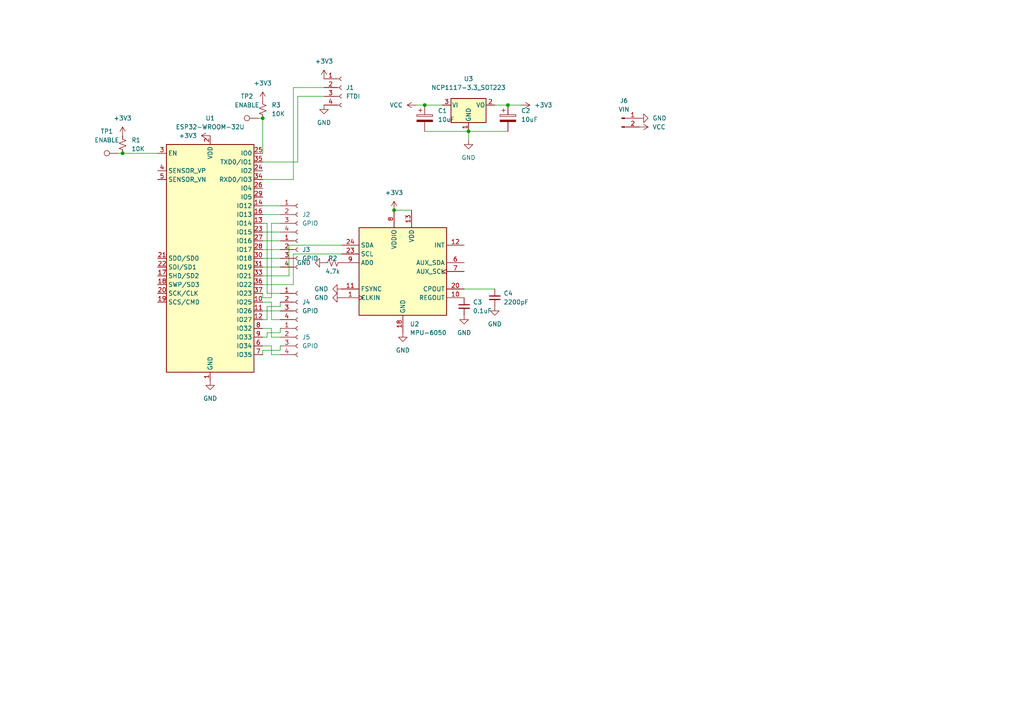
<source format=kicad_sch>
(kicad_sch (version 20210621) (generator eeschema)
  (paper "A4")
  (lib_symbols
    (symbol "Connector:Conn_01x02_Male" (pin_names (offset 1.016) hide)
      (property "Reference" "J" (at 0 2.54 0))
      (property "Value" "Conn_01x02_Male" (at 0 -5.08 0))
      (symbol "Conn_01x02_Male_1_1"
        (polyline (pts (xy 1.27 -2.54) (xy 0.8636 -2.54)) (stroke (width 0.1524)))
        (polyline (pts (xy 1.27 0) (xy 0.8636 0)) (stroke (width 0.1524)))
        (rectangle (start 0.8636 -2.413) (end 0 -2.667) (stroke (width 0.1524)) (fill (type outline)))
        (rectangle (start 0.8636 0.127) (end 0 -0.127) (stroke (width 0.1524)) (fill (type outline)))
        (pin passive line (at 5.08 0 180) (length 3.81) (name "Pin_1") (number "1"))
        (pin passive line (at 5.08 -2.54 180) (length 3.81) (name "Pin_2") (number "2"))
      )
    )
    (symbol "Connector:Conn_01x04_Female" (pin_names (offset 1.016) hide)
      (property "Reference" "J" (at 0 5.08 0))
      (property "Value" "Conn_01x04_Female" (at 0 -7.62 0))
      (symbol "Conn_01x04_Female_1_1"
        (arc (start 0 -4.572) (mid -0.508 -5.08) (end 0 -5.588) (stroke (width 0.1524)))
        (arc (start 0 -2.032) (mid -0.508 -2.54) (end 0 -3.048) (stroke (width 0.1524)))
        (polyline (pts (xy -1.27 -5.08) (xy -0.508 -5.08)) (stroke (width 0.1524)))
        (polyline (pts (xy -1.27 -2.54) (xy -0.508 -2.54)) (stroke (width 0.1524)))
        (polyline (pts (xy -1.27 0) (xy -0.508 0)) (stroke (width 0.1524)))
        (polyline (pts (xy -1.27 2.54) (xy -0.508 2.54)) (stroke (width 0.1524)))
        (arc (start 0 0.508) (mid -0.508 0) (end 0 -0.508) (stroke (width 0.1524)))
        (arc (start 0 3.048) (mid -0.508 2.54) (end 0 2.032) (stroke (width 0.1524)))
        (pin passive line (at -5.08 2.54 0) (length 3.81) (name "Pin_1") (number "1"))
        (pin passive line (at -5.08 0 0) (length 3.81) (name "Pin_2") (number "2"))
        (pin passive line (at -5.08 -2.54 0) (length 3.81) (name "Pin_3") (number "3"))
        (pin passive line (at -5.08 -5.08 0) (length 3.81) (name "Pin_4") (number "4"))
      )
    )
    (symbol "Connector:TestPoint" (pin_numbers hide) (pin_names (offset 0.762) hide)
      (property "Reference" "TP" (at 0 6.858 0))
      (property "Value" "TestPoint" (at 0 5.08 0))
      (symbol "TestPoint_0_1"
        (circle (center 0 3.302) (radius 0.762))
      )
      (symbol "TestPoint_1_1"
        (pin passive line (at 0 0 90) (length 2.54) (name "1") (number "1"))
      )
    )
    (symbol "Device:C_Polarized" (pin_numbers hide) (pin_names (offset 0.254))
      (property "Reference" "C" (at 0.635 2.54 0))
      (property "Value" "C_Polarized" (at 0.635 -2.54 0))
      (symbol "C_Polarized_0_1"
        (rectangle (start -2.286 0.508) (end 2.286 1.016))
        (polyline (pts (xy -1.778 2.286) (xy -0.762 2.286)))
        (polyline (pts (xy -1.27 2.794) (xy -1.27 1.778)))
        (rectangle (start 2.286 -0.508) (end -2.286 -1.016) (fill (type outline)))
      )
      (symbol "C_Polarized_1_1"
        (pin passive line (at 0 3.81 270) (length 2.794) (name "~") (number "1"))
        (pin passive line (at 0 -3.81 90) (length 2.794) (name "~") (number "2"))
      )
    )
    (symbol "Device:C_Small" (pin_numbers hide) (pin_names (offset 0.254) hide)
      (property "Reference" "C" (at 0.254 1.778 0))
      (property "Value" "C_Small" (at 0.254 -2.032 0))
      (symbol "C_Small_0_1"
        (polyline (pts (xy -1.524 -0.508) (xy 1.524 -0.508)) (stroke (width 0.3302)))
        (polyline (pts (xy -1.524 0.508) (xy 1.524 0.508)) (stroke (width 0.3048)))
      )
      (symbol "C_Small_1_1"
        (pin passive line (at 0 2.54 270) (length 2.032) (name "~") (number "1"))
        (pin passive line (at 0 -2.54 90) (length 2.032) (name "~") (number "2"))
      )
    )
    (symbol "Device:R_Small_US" (pin_numbers hide) (pin_names (offset 0.254) hide)
      (property "Reference" "R" (at 0.762 0.508 0))
      (property "Value" "R_Small_US" (at 0.762 -1.016 0))
      (symbol "R_Small_US_1_1"
        (polyline (pts (xy 0 0) (xy 1.016 -0.381) (xy 0 -0.762) (xy -1.016 -1.143) (xy 0 -1.524)))
        (polyline (pts (xy 0 1.524) (xy 1.016 1.143) (xy 0 0.762) (xy -1.016 0.381) (xy 0 0)))
        (pin passive line (at 0 2.54 270) (length 1.016) (name "~") (number "1"))
        (pin passive line (at 0 -2.54 90) (length 1.016) (name "~") (number "2"))
      )
    )
    (symbol "RF_Module:ESP32-WROOM-32U"
      (property "Reference" "U" (at -12.7 34.29 0))
      (property "Value" "ESP32-WROOM-32U" (at 1.27 34.29 0))
      (symbol "ESP32-WROOM-32U_0_1"
        (rectangle (start -12.7 33.02) (end 12.7 -33.02) (stroke (width 0.254)) (fill (type background)))
      )
      (symbol "ESP32-WROOM-32U_1_1"
        (pin power_in line (at 0 -35.56 90) (length 2.54) (name "GND") (number "1"))
        (pin bidirectional line (at 15.24 -12.7 180) (length 2.54) (name "IO25") (number "10"))
        (pin bidirectional line (at 15.24 -15.24 180) (length 2.54) (name "IO26") (number "11"))
        (pin bidirectional line (at 15.24 -17.78 180) (length 2.54) (name "IO27") (number "12"))
        (pin bidirectional line (at 15.24 10.16 180) (length 2.54) (name "IO14") (number "13"))
        (pin bidirectional line (at 15.24 15.24 180) (length 2.54) (name "IO12") (number "14"))
        (pin passive line (at 0 -35.56 90) (length 2.54) hide (name "GND") (number "15"))
        (pin bidirectional line (at 15.24 12.7 180) (length 2.54) (name "IO13") (number "16"))
        (pin bidirectional line (at -15.24 -5.08 0) (length 2.54) (name "SHD/SD2") (number "17"))
        (pin bidirectional line (at -15.24 -7.62 0) (length 2.54) (name "SWP/SD3") (number "18"))
        (pin bidirectional line (at -15.24 -12.7 0) (length 2.54) (name "SCS/CMD") (number "19"))
        (pin power_in line (at 0 35.56 270) (length 2.54) (name "VDD") (number "2"))
        (pin bidirectional line (at -15.24 -10.16 0) (length 2.54) (name "SCK/CLK") (number "20"))
        (pin bidirectional line (at -15.24 0 0) (length 2.54) (name "SDO/SD0") (number "21"))
        (pin bidirectional line (at -15.24 -2.54 0) (length 2.54) (name "SDI/SD1") (number "22"))
        (pin bidirectional line (at 15.24 7.62 180) (length 2.54) (name "IO15") (number "23"))
        (pin bidirectional line (at 15.24 25.4 180) (length 2.54) (name "IO2") (number "24"))
        (pin bidirectional line (at 15.24 30.48 180) (length 2.54) (name "IO0") (number "25"))
        (pin bidirectional line (at 15.24 20.32 180) (length 2.54) (name "IO4") (number "26"))
        (pin bidirectional line (at 15.24 5.08 180) (length 2.54) (name "IO16") (number "27"))
        (pin bidirectional line (at 15.24 2.54 180) (length 2.54) (name "IO17") (number "28"))
        (pin bidirectional line (at 15.24 17.78 180) (length 2.54) (name "IO5") (number "29"))
        (pin input line (at -15.24 30.48 0) (length 2.54) (name "EN") (number "3"))
        (pin bidirectional line (at 15.24 0 180) (length 2.54) (name "IO18") (number "30"))
        (pin bidirectional line (at 15.24 -2.54 180) (length 2.54) (name "IO19") (number "31"))
        (pin no_connect line (at -12.7 -27.94 0) (length 2.54) hide (name "NC") (number "32"))
        (pin bidirectional line (at 15.24 -5.08 180) (length 2.54) (name "IO21") (number "33"))
        (pin bidirectional line (at 15.24 22.86 180) (length 2.54) (name "RXD0/IO3") (number "34"))
        (pin bidirectional line (at 15.24 27.94 180) (length 2.54) (name "TXD0/IO1") (number "35"))
        (pin bidirectional line (at 15.24 -7.62 180) (length 2.54) (name "IO22") (number "36"))
        (pin bidirectional line (at 15.24 -10.16 180) (length 2.54) (name "IO23") (number "37"))
        (pin passive line (at 0 -35.56 90) (length 2.54) hide (name "GND") (number "38"))
        (pin passive line (at 0 -35.56 90) (length 2.54) hide (name "GND") (number "39"))
        (pin input line (at -15.24 25.4 0) (length 2.54) (name "SENSOR_VP") (number "4"))
        (pin input line (at -15.24 22.86 0) (length 2.54) (name "SENSOR_VN") (number "5"))
        (pin input line (at 15.24 -25.4 180) (length 2.54) (name "IO34") (number "6"))
        (pin input line (at 15.24 -27.94 180) (length 2.54) (name "IO35") (number "7"))
        (pin bidirectional line (at 15.24 -20.32 180) (length 2.54) (name "IO32") (number "8"))
        (pin bidirectional line (at 15.24 -22.86 180) (length 2.54) (name "IO33") (number "9"))
      )
    )
    (symbol "Regulator_Linear:NCP1117-3.3_SOT223" (pin_names (offset 0.254))
      (property "Reference" "U" (at -3.81 3.175 0))
      (property "Value" "NCP1117-3.3_SOT223" (at 0 3.175 0))
      (symbol "NCP1117-3.3_SOT223_0_1"
        (rectangle (start -5.08 -5.08) (end 5.08 1.905) (stroke (width 0.254)) (fill (type background)))
      )
      (symbol "NCP1117-3.3_SOT223_1_1"
        (pin power_in line (at 0 -7.62 90) (length 2.54) (name "GND") (number "1"))
        (pin power_out line (at 7.62 0 180) (length 2.54) (name "VO") (number "2"))
        (pin power_in line (at -7.62 0 0) (length 2.54) (name "VI") (number "3"))
      )
    )
    (symbol "Sensor_Motion:MPU-6050"
      (property "Reference" "U" (at -11.43 13.97 0))
      (property "Value" "MPU-6050" (at 7.62 -13.97 0))
      (symbol "MPU-6050_0_1"
        (rectangle (start -12.7 12.7) (end 12.7 -12.7) (stroke (width 0.254)) (fill (type background)))
      )
      (symbol "MPU-6050_1_1"
        (pin input clock (at -17.78 -7.62 0) (length 5.08) (name "CLKIN") (number "1"))
        (pin passive line (at 17.78 -7.62 180) (length 5.08) (name "REGOUT") (number "10"))
        (pin input line (at -17.78 -5.08 0) (length 5.08) (name "FSYNC") (number "11"))
        (pin output line (at 17.78 7.62 180) (length 5.08) (name "INT") (number "12"))
        (pin power_in line (at 2.54 17.78 270) (length 5.08) (name "VDD") (number "13"))
        (pin power_in line (at 0 -17.78 90) (length 5.08) (name "GND") (number "18"))
        (pin passive line (at 17.78 -5.08 180) (length 5.08) (name "CPOUT") (number "20"))
        (pin input line (at -17.78 5.08 0) (length 5.08) (name "SCL") (number "23"))
        (pin bidirectional line (at -17.78 7.62 0) (length 5.08) (name "SDA") (number "24"))
        (pin bidirectional line (at 17.78 2.54 180) (length 5.08) (name "AUX_SDA") (number "6"))
        (pin output clock (at 17.78 0 180) (length 5.08) (name "AUX_SCL") (number "7"))
        (pin power_in line (at -2.54 17.78 270) (length 5.08) (name "VDDIO") (number "8"))
        (pin input line (at -17.78 2.54 0) (length 5.08) (name "AD0") (number "9"))
      )
    )
    (symbol "power:+3.3V" (power) (pin_names (offset 0))
      (property "Value" "+3.3V" (at 0 3.556 0))
      (symbol "+3.3V_0_1"
        (polyline (pts (xy -0.762 1.27) (xy 0 2.54)))
        (polyline (pts (xy 0 0) (xy 0 2.54)))
        (polyline (pts (xy 0 2.54) (xy 0.762 1.27)))
      )
      (symbol "+3.3V_1_1"
        (pin power_in line (at 0 0 90) (length 0) hide (name "+3V3") (number "1"))
      )
    )
    (symbol "power:GND" (power) (pin_names (offset 0))
      (property "Value" "GND" (at 0 -3.81 0))
      (symbol "GND_0_1"
        (polyline (pts (xy 0 0) (xy 0 -1.27) (xy 1.27 -1.27) (xy 0 -2.54) (xy -1.27 -1.27) (xy 0 -1.27)))
      )
      (symbol "GND_1_1"
        (pin power_in line (at 0 0 270) (length 0) hide (name "GND") (number "1"))
      )
    )
    (symbol "power:VCC" (power) (pin_names (offset 0))
      (property "Value" "VCC" (at 0 3.81 0))
      (symbol "VCC_0_1"
        (polyline (pts (xy -0.762 1.27) (xy 0 2.54)))
        (polyline (pts (xy 0 0) (xy 0 2.54)))
        (polyline (pts (xy 0 2.54) (xy 0.762 1.27)))
      )
      (symbol "VCC_1_1"
        (pin power_in line (at 0 0 90) (length 0) hide (name "VCC") (number "1"))
      )
    )
  )
  (junction (at 147.32 30.48))
  (junction (at 135.89 38.1))
  (junction (at 123.19 30.48))
  (junction (at 35.56 44.45))
  (junction (at 76.2 34.29))
  (junction (at 114.3 60.96))
  (wire (pts (xy 76.2 67.31) (xy 81.28 67.31)))
  (wire (pts (xy 74.93 34.29) (xy 76.2 34.29)))
  (wire (pts (xy 76.2 97.79) (xy 77.47 97.79)))
  (wire (pts (xy 77.47 97.79) (xy 77.47 96.52)))
  (wire (pts (xy 77.47 96.52) (xy 81.28 96.52)))
  (wire (pts (xy 81.28 96.52) (xy 81.28 95.25)))
  (wire (pts (xy 76.2 77.47) (xy 81.28 77.47)))
  (wire (pts (xy 76.2 69.85) (xy 81.28 69.85)))
  (wire (pts (xy 86.36 27.94) (xy 93.98 27.94)))
  (wire (pts (xy 86.36 46.99) (xy 86.36 27.94)))
  (wire (pts (xy 76.2 46.99) (xy 86.36 46.99)))
  (wire (pts (xy 77.47 85.09) (xy 81.28 85.09)))
  (wire (pts (xy 76.2 64.77) (xy 77.47 64.77)))
  (wire (pts (xy 77.47 64.77) (xy 77.47 85.09)))
  (wire (pts (xy 76.2 62.23) (xy 81.28 62.23)))
  (wire (pts (xy 76.2 92.71) (xy 77.47 92.71)))
  (wire (pts (xy 77.47 92.71) (xy 77.47 88.9)))
  (wire (pts (xy 77.47 88.9) (xy 81.28 88.9)))
  (wire (pts (xy 81.28 88.9) (xy 81.28 87.63)))
  (wire (pts (xy 34.29 44.45) (xy 35.56 44.45)))
  (wire (pts (xy 35.56 44.45) (xy 45.72 44.45)))
  (wire (pts (xy 114.3 60.96) (xy 119.38 60.96)))
  (wire (pts (xy 135.89 38.1) (xy 135.89 40.64)))
  (wire (pts (xy 85.09 73.66) (xy 99.06 73.66)))
  (wire (pts (xy 76.2 82.55) (xy 85.09 82.55)))
  (wire (pts (xy 85.09 82.55) (xy 85.09 73.66)))
  (wire (pts (xy 76.2 102.87) (xy 76.2 101.6)))
  (wire (pts (xy 76.2 101.6) (xy 81.28 101.6)))
  (wire (pts (xy 81.28 101.6) (xy 81.28 100.33)))
  (wire (pts (xy 76.2 74.93) (xy 81.28 74.93)))
  (wire (pts (xy 147.32 30.48) (xy 151.13 30.48)))
  (wire (pts (xy 143.51 30.48) (xy 147.32 30.48)))
  (wire (pts (xy 76.2 90.17) (xy 81.28 90.17)))
  (wire (pts (xy 76.2 59.69) (xy 81.28 59.69)))
  (wire (pts (xy 76.2 34.29) (xy 76.2 44.45)))
  (wire (pts (xy 123.19 38.1) (xy 135.89 38.1)))
  (wire (pts (xy 76.2 95.25) (xy 78.74 95.25)))
  (wire (pts (xy 78.74 95.25) (xy 78.74 97.79)))
  (wire (pts (xy 78.74 97.79) (xy 81.28 97.79)))
  (wire (pts (xy 135.89 38.1) (xy 147.32 38.1)))
  (wire (pts (xy 123.19 30.48) (xy 128.27 30.48)))
  (wire (pts (xy 120.65 30.48) (xy 123.19 30.48)))
  (wire (pts (xy 78.74 87.63) (xy 78.74 92.71)))
  (wire (pts (xy 78.74 92.71) (xy 81.28 92.71)))
  (wire (pts (xy 76.2 87.63) (xy 78.74 87.63)))
  (wire (pts (xy 85.09 25.4) (xy 93.98 25.4)))
  (wire (pts (xy 85.09 52.07) (xy 85.09 25.4)))
  (wire (pts (xy 76.2 52.07) (xy 85.09 52.07)))
  (wire (pts (xy 76.2 100.33) (xy 78.74 100.33)))
  (wire (pts (xy 78.74 100.33) (xy 78.74 102.87)))
  (wire (pts (xy 78.74 102.87) (xy 81.28 102.87)))
  (wire (pts (xy 76.2 85.09) (xy 76.2 86.36)))
  (wire (pts (xy 76.2 86.36) (xy 78.74 86.36)))
  (wire (pts (xy 78.74 86.36) (xy 78.74 64.77)))
  (wire (pts (xy 78.74 64.77) (xy 81.28 64.77)))
  (wire (pts (xy 134.62 83.82) (xy 143.51 83.82)))
  (wire (pts (xy 76.2 72.39) (xy 81.28 72.39)))
  (wire (pts (xy 83.82 71.12) (xy 99.06 71.12)))
  (wire (pts (xy 76.2 80.01) (xy 83.82 80.01)))
  (wire (pts (xy 83.82 80.01) (xy 83.82 71.12)))
  (symbol (lib_id "power:+3.3V") (at 35.56 39.37 0) (unit 1)
    (property "Reference" "#PWR02" (effects hide))
    (property "Value" "+3.3V" (at 35.56 34.29 0))
  )
  (symbol (lib_id "power:VCC") (at 185.42 36.83 270) (unit 1)
    (property "Reference" "#PWR0103" (effects hide))
    (property "Value" "VCC" (at 189.23 36.8299 90) (effects (justify left)))
  )
  (symbol (lib_id "power:+3.3V") (at 60.96 39.37 90) (unit 1)
    (property "Reference" "#PWR03" (effects hide))
    (property "Value" "+3.3V" (at 57.15 39.3699 90) (effects (justify left)))
  )
  (symbol (lib_id "Sensor_Motion:MPU-6050") (at 116.84 78.74 0) (unit 1)
    (property "Reference" "U2" (at 118.8594 93.98 0) (effects (justify left)))
    (property "Value" "MPU-6050" (at 118.8594 96.52 0) (effects (justify left)))
    (property "Footprint" "Sensor_Motion:InvenSense_QFN-24_4x4mm_P0.5mm" (effects hide))
    (property "Datasheet" "https://store.invensense.com/datasheets/invensense/MPU-6050_DataSheet_V3%204.pdf" (effects hide))
  )
  (symbol (lib_id "power:+3.3V") (at 93.98 22.86 0) (unit 1)
    (property "Reference" "#PWR05" (effects hide))
    (property "Value" "+3.3V" (at 93.98 17.78 0))
  )
  (symbol (lib_id "Connector:Conn_01x04_Female") (at 86.36 72.39 0) (unit 1)
    (property "Reference" "J3" (at 87.63 72.3899 0) (effects (justify left)))
    (property "Value" "GPIO" (at 87.63 74.9299 0) (effects (justify left)))
    (property "Footprint" "Connector_PinHeader_2.54mm:PinHeader_1x04_P2.54mm_Vertical" (effects hide))
  )
  (symbol (lib_id "Device:C_Small") (at 143.51 86.36 0) (unit 1)
    (property "Reference" "C4" (at 146.05 85.0962 0) (effects (justify left)))
    (property "Value" "2200pF" (at 146.05 87.6362 0) (effects (justify left)))
    (property "Footprint" "Capacitor_SMD:C_0402_1005Metric" (effects hide))
  )
  (symbol (lib_id "power:+3.3V") (at 76.2 29.21 0) (unit 1)
    (property "Reference" "#PWR0101" (effects hide))
    (property "Value" "+3.3V" (at 76.2 24.13 0))
  )
  (symbol (lib_id "Device:R_Small_US") (at 76.2 31.75 0) (unit 1)
    (property "Reference" "R3" (at 78.74 30.4799 0) (effects (justify left)))
    (property "Value" "10K" (at 78.74 33.0199 0) (effects (justify left)))
    (property "Footprint" "Resistor_SMD:R_0402_1005Metric" (effects hide))
  )
  (symbol (lib_id "power:GND") (at 99.06 83.82 270) (unit 1)
    (property "Reference" "#PWR08" (effects hide))
    (property "Value" "GND" (at 95.25 83.8199 90) (effects (justify right)))
  )
  (symbol (lib_id "power:GND") (at 99.06 86.36 270) (unit 1)
    (property "Reference" "#PWR09" (effects hide))
    (property "Value" "GND" (at 95.25 86.3599 90) (effects (justify right)))
  )
  (symbol (lib_id "Device:C_Small") (at 134.62 88.9 0) (unit 1)
    (property "Reference" "C3" (at 137.16 87.6362 0) (effects (justify left)))
    (property "Value" "0.1uF" (at 137.16 90.1762 0) (effects (justify left)))
    (property "Footprint" "Capacitor_SMD:C_0402_1005Metric" (effects hide))
  )
  (symbol (lib_id "Connector:Conn_01x04_Female") (at 86.36 87.63 0) (unit 1)
    (property "Reference" "J4" (at 87.63 87.6299 0) (effects (justify left)))
    (property "Value" "GPIO" (at 87.63 90.1699 0) (effects (justify left)))
    (property "Footprint" "Connector_PinHeader_2.54mm:PinHeader_1x04_P2.54mm_Vertical" (effects hide))
  )
  (symbol (lib_id "Device:C_Polarized") (at 123.19 34.29 0) (unit 1)
    (property "Reference" "C1" (at 127 32.1309 0) (effects (justify left)))
    (property "Value" "10uF" (at 127 34.6709 0) (effects (justify left)))
    (property "Footprint" "Capacitor_SMD:CP_Elec_4x5.3" (effects hide))
  )
  (symbol (lib_id "power:+3.3V") (at 151.13 30.48 270) (unit 1)
    (property "Reference" "#PWR013" (effects hide))
    (property "Value" "+3.3V" (at 154.94 30.4799 90) (effects (justify left)))
  )
  (symbol (lib_id "Device:C_Polarized") (at 147.32 34.29 0) (unit 1)
    (property "Reference" "C2" (at 151.13 32.1309 0) (effects (justify left)))
    (property "Value" "10uF" (at 151.13 34.6709 0) (effects (justify left)))
    (property "Footprint" "Capacitor_SMD:CP_Elec_4x5.3" (effects hide))
  )
  (symbol (lib_id "power:GND") (at 93.98 30.48 0) (unit 1)
    (property "Reference" "#PWR06" (effects hide))
    (property "Value" "GND" (at 93.98 35.56 0))
  )
  (symbol (lib_id "power:+3.3V") (at 114.3 60.96 0) (unit 1)
    (property "Reference" "#PWR010" (effects hide))
    (property "Value" "+3.3V" (at 114.3 55.88 0))
  )
  (symbol (lib_id "Connector:Conn_01x02_Male") (at 180.34 34.29 0) (unit 1)
    (property "Reference" "J6" (at 180.975 29.21 0))
    (property "Value" "VIN" (at 180.975 31.75 0))
    (property "Footprint" "Connector_PinHeader_2.54mm:PinHeader_1x02_P2.54mm_Vertical" (effects hide))
  )
  (symbol (lib_id "Connector:TestPoint") (at 74.93 34.29 90) (unit 1)
    (property "Reference" "TP2" (at 71.628 27.94 90))
    (property "Value" "ENABLE" (at 71.628 30.48 90))
    (property "Footprint" "Connector_PinHeader_2.54mm:PinHeader_1x01_P2.54mm_Vertical" (effects hide))
  )
  (symbol (lib_id "power:GND") (at 185.42 34.29 90) (unit 1)
    (property "Reference" "#PWR0102" (effects hide))
    (property "Value" "GND" (at 189.23 34.2899 90) (effects (justify right)))
  )
  (symbol (lib_id "Connector:Conn_01x04_Female") (at 99.06 25.4 0) (unit 1)
    (property "Reference" "J1" (at 100.33 25.3999 0) (effects (justify left)))
    (property "Value" "FTDI" (at 100.33 27.9399 0) (effects (justify left)))
    (property "Footprint" "Connector_PinHeader_2.54mm:PinHeader_1x04_P2.54mm_Vertical" (effects hide))
  )
  (symbol (lib_id "power:VCC") (at 120.65 30.48 90) (unit 1)
    (property "Reference" "#PWR01" (effects hide))
    (property "Value" "VCC" (at 116.84 30.4799 90) (effects (justify left)))
  )
  (symbol (lib_id "power:GND") (at 135.89 40.64 0) (unit 1)
    (property "Reference" "#PWR012" (effects hide))
    (property "Value" "GND" (at 135.89 45.72 0))
  )
  (symbol (lib_id "power:GND") (at 60.96 110.49 0) (unit 1)
    (property "Reference" "#PWR04" (effects hide))
    (property "Value" "GND" (at 60.96 115.57 0))
  )
  (symbol (lib_id "power:GND") (at 116.84 96.52 0) (unit 1)
    (property "Reference" "#PWR011" (effects hide))
    (property "Value" "GND" (at 116.84 101.6 0))
  )
  (symbol (lib_id "power:GND") (at 93.98 76.2 270) (unit 1)
    (property "Reference" "#PWR07" (effects hide))
    (property "Value" "GND" (at 90.17 76.1999 90) (effects (justify right)))
  )
  (symbol (lib_id "Device:R_Small_US") (at 96.52 76.2 90) (unit 1)
    (property "Reference" "R2" (at 96.52 74.93 90))
    (property "Value" "4.7k" (at 96.52 78.74 90))
    (property "Footprint" "Resistor_SMD:R_0402_1005Metric" (effects hide))
  )
  (symbol (lib_id "Connector:Conn_01x04_Female") (at 86.36 62.23 0) (unit 1)
    (property "Reference" "J2" (at 87.63 62.2299 0) (effects (justify left)))
    (property "Value" "GPIO" (at 87.63 64.7699 0) (effects (justify left)))
    (property "Footprint" "Connector_PinHeader_2.54mm:PinHeader_1x04_P2.54mm_Vertical" (effects hide))
  )
  (symbol (lib_id "power:GND") (at 143.51 88.9 0) (unit 1)
    (property "Reference" "#PWR015" (effects hide))
    (property "Value" "GND" (at 143.51 93.98 0))
  )
  (symbol (lib_id "Device:R_Small_US") (at 35.56 41.91 0) (unit 1)
    (property "Reference" "R1" (at 38.1 40.6399 0) (effects (justify left)))
    (property "Value" "10K" (at 38.1 43.1799 0) (effects (justify left)))
    (property "Footprint" "Resistor_SMD:R_0402_1005Metric" (effects hide))
  )
  (symbol (lib_id "RF_Module:ESP32-WROOM-32U") (at 60.96 74.93 0) (unit 1)
    (property "Reference" "U1" (at 60.96 34.29 0))
    (property "Value" "ESP32-WROOM-32U" (at 60.96 36.83 0))
    (property "Footprint" "RF_Module:ESP32-WROOM-32U" (effects hide))
    (property "Datasheet" "https://www.espressif.com/sites/default/files/documentation/esp32-wroom-32d_esp32-wroom-32u_datasheet_en.pdf" (effects hide))
  )
  (symbol (lib_id "Connector:TestPoint") (at 34.29 44.45 90) (unit 1)
    (property "Reference" "TP1" (at 30.988 38.1 90))
    (property "Value" "ENABLE" (at 30.988 40.64 90))
    (property "Footprint" "Connector_PinHeader_2.54mm:PinHeader_1x01_P2.54mm_Vertical" (effects hide))
  )
  (symbol (lib_id "Regulator_Linear:NCP1117-3.3_SOT223") (at 135.89 30.48 0) (unit 1)
    (property "Reference" "U3" (at 135.89 22.86 0))
    (property "Value" "NCP1117-3.3_SOT223" (at 135.89 25.4 0))
    (property "Footprint" "Package_TO_SOT_SMD:SOT-223-3_TabPin2" (effects hide))
    (property "Datasheet" "http://www.onsemi.com/pub_link/Collateral/NCP1117-D.PDF" (effects hide))
  )
  (symbol (lib_id "Connector:Conn_01x04_Female") (at 86.36 97.79 0) (unit 1)
    (property "Reference" "J5" (at 87.63 97.7899 0) (effects (justify left)))
    (property "Value" "GPIO" (at 87.63 100.3299 0) (effects (justify left)))
    (property "Footprint" "Connector_PinHeader_2.54mm:PinHeader_1x04_P2.54mm_Vertical" (effects hide))
  )
  (symbol (lib_id "power:GND") (at 134.62 91.44 0) (unit 1)
    (property "Reference" "#PWR014" (effects hide))
    (property "Value" "GND" (at 134.62 96.52 0))
  )
)
</source>
